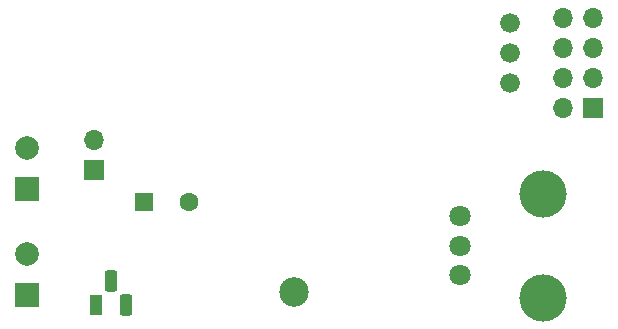
<source format=gbr>
%TF.GenerationSoftware,KiCad,Pcbnew,7.0.8*%
%TF.CreationDate,2024-06-11T13:29:39+02:00*%
%TF.ProjectId,LED_Driver,4c45445f-4472-4697-9665-722e6b696361,rev?*%
%TF.SameCoordinates,Original*%
%TF.FileFunction,Soldermask,Bot*%
%TF.FilePolarity,Negative*%
%FSLAX46Y46*%
G04 Gerber Fmt 4.6, Leading zero omitted, Abs format (unit mm)*
G04 Created by KiCad (PCBNEW 7.0.8) date 2024-06-11 13:29:39*
%MOMM*%
%LPD*%
G01*
G04 APERTURE LIST*
G04 Aperture macros list*
%AMRoundRect*
0 Rectangle with rounded corners*
0 $1 Rounding radius*
0 $2 $3 $4 $5 $6 $7 $8 $9 X,Y pos of 4 corners*
0 Add a 4 corners polygon primitive as box body*
4,1,4,$2,$3,$4,$5,$6,$7,$8,$9,$2,$3,0*
0 Add four circle primitives for the rounded corners*
1,1,$1+$1,$2,$3*
1,1,$1+$1,$4,$5*
1,1,$1+$1,$6,$7*
1,1,$1+$1,$8,$9*
0 Add four rect primitives between the rounded corners*
20,1,$1+$1,$2,$3,$4,$5,0*
20,1,$1+$1,$4,$5,$6,$7,0*
20,1,$1+$1,$6,$7,$8,$9,0*
20,1,$1+$1,$8,$9,$2,$3,0*%
G04 Aperture macros list end*
%ADD10R,2.000000X2.000000*%
%ADD11C,2.000000*%
%ADD12C,2.500000*%
%ADD13C,1.676400*%
%ADD14R,1.100000X1.800000*%
%ADD15RoundRect,0.275000X-0.275000X-0.625000X0.275000X-0.625000X0.275000X0.625000X-0.275000X0.625000X0*%
%ADD16R,1.600000X1.600000*%
%ADD17C,1.600000*%
%ADD18R,1.700000X1.700000*%
%ADD19O,1.700000X1.700000*%
%ADD20C,4.000000*%
%ADD21C,1.800000*%
G04 APERTURE END LIST*
D10*
%TO.C,LOAD*%
X104900000Y-127300000D03*
D11*
X104900000Y-123800000D03*
%TD*%
D12*
%TO.C,H1*%
X127500000Y-127000000D03*
%TD*%
D13*
%TO.C,SW2*%
X145800000Y-104260000D03*
X145800000Y-106800000D03*
X145800000Y-109340000D03*
%TD*%
D14*
%TO.C,Q2*%
X110730000Y-128160000D03*
D15*
X112000000Y-126090000D03*
X113270000Y-128160000D03*
%TD*%
D16*
%TO.C,C1*%
X114797349Y-119400000D03*
D17*
X118597349Y-119400000D03*
%TD*%
D18*
%TO.C,SW1*%
X110600000Y-116675000D03*
D19*
X110600000Y-114135000D03*
%TD*%
D18*
%TO.C,U4*%
X152840000Y-111420000D03*
D19*
X150300000Y-111420000D03*
X152840000Y-108880000D03*
X150300000Y-108880000D03*
X152840000Y-106340000D03*
X150300000Y-106340000D03*
X152840000Y-103800000D03*
X150300000Y-103800000D03*
%TD*%
D10*
%TO.C,PWR*%
X104880000Y-118317500D03*
D11*
X104880000Y-114817500D03*
%TD*%
D20*
%TO.C,RV1*%
X148600000Y-118700000D03*
X148600000Y-127500000D03*
D21*
X141600000Y-125600000D03*
X141600000Y-123100000D03*
X141600000Y-120600000D03*
%TD*%
M02*

</source>
